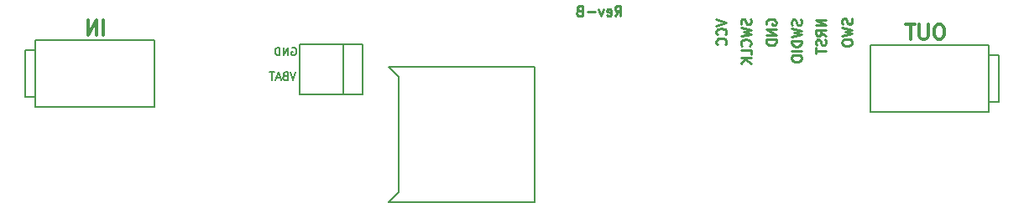
<source format=gbo>
G04 #@! TF.FileFunction,Legend,Bot*
%FSLAX46Y46*%
G04 Gerber Fmt 4.6, Leading zero omitted, Abs format (unit mm)*
G04 Created by KiCad (PCBNEW 4.0.5-e0-6337~52~ubuntu16.10.1) date Sun Mar 12 18:19:32 2017*
%MOMM*%
%LPD*%
G01*
G04 APERTURE LIST*
%ADD10C,0.100000*%
%ADD11C,0.150000*%
%ADD12C,0.250000*%
%ADD13C,0.300000*%
%ADD14C,0.200000*%
G04 APERTURE END LIST*
D10*
D11*
X106414286Y-86761905D02*
X106147619Y-87561905D01*
X105880952Y-86761905D01*
X105347619Y-87142857D02*
X105233333Y-87180952D01*
X105195238Y-87219048D01*
X105157143Y-87295238D01*
X105157143Y-87409524D01*
X105195238Y-87485714D01*
X105233333Y-87523810D01*
X105309524Y-87561905D01*
X105614286Y-87561905D01*
X105614286Y-86761905D01*
X105347619Y-86761905D01*
X105271429Y-86800000D01*
X105233333Y-86838095D01*
X105195238Y-86914286D01*
X105195238Y-86990476D01*
X105233333Y-87066667D01*
X105271429Y-87104762D01*
X105347619Y-87142857D01*
X105614286Y-87142857D01*
X104852381Y-87333333D02*
X104471429Y-87333333D01*
X104928572Y-87561905D02*
X104661905Y-86761905D01*
X104395238Y-87561905D01*
X104242858Y-86761905D02*
X103785715Y-86761905D01*
X104014286Y-87561905D02*
X104014286Y-86761905D01*
X106009523Y-84300000D02*
X106085714Y-84261905D01*
X106199999Y-84261905D01*
X106314285Y-84300000D01*
X106390476Y-84376190D01*
X106428571Y-84452381D01*
X106466666Y-84604762D01*
X106466666Y-84719048D01*
X106428571Y-84871429D01*
X106390476Y-84947619D01*
X106314285Y-85023810D01*
X106199999Y-85061905D01*
X106123809Y-85061905D01*
X106009523Y-85023810D01*
X105971428Y-84985714D01*
X105971428Y-84719048D01*
X106123809Y-84719048D01*
X105628571Y-85061905D02*
X105628571Y-84261905D01*
X105171428Y-85061905D01*
X105171428Y-84261905D01*
X104790476Y-85061905D02*
X104790476Y-84261905D01*
X104600000Y-84261905D01*
X104485714Y-84300000D01*
X104409523Y-84376190D01*
X104371428Y-84452381D01*
X104333333Y-84604762D01*
X104333333Y-84719048D01*
X104371428Y-84871429D01*
X104409523Y-84947619D01*
X104485714Y-85023810D01*
X104600000Y-85061905D01*
X104790476Y-85061905D01*
D12*
X138619047Y-81052381D02*
X138952381Y-80576190D01*
X139190476Y-81052381D02*
X139190476Y-80052381D01*
X138809523Y-80052381D01*
X138714285Y-80100000D01*
X138666666Y-80147619D01*
X138619047Y-80242857D01*
X138619047Y-80385714D01*
X138666666Y-80480952D01*
X138714285Y-80528571D01*
X138809523Y-80576190D01*
X139190476Y-80576190D01*
X137809523Y-81004762D02*
X137904761Y-81052381D01*
X138095238Y-81052381D01*
X138190476Y-81004762D01*
X138238095Y-80909524D01*
X138238095Y-80528571D01*
X138190476Y-80433333D01*
X138095238Y-80385714D01*
X137904761Y-80385714D01*
X137809523Y-80433333D01*
X137761904Y-80528571D01*
X137761904Y-80623810D01*
X138238095Y-80719048D01*
X137428571Y-80385714D02*
X137190476Y-81052381D01*
X136952380Y-80385714D01*
X136571428Y-80671429D02*
X135809523Y-80671429D01*
X134999999Y-80528571D02*
X134857142Y-80576190D01*
X134809523Y-80623810D01*
X134761904Y-80719048D01*
X134761904Y-80861905D01*
X134809523Y-80957143D01*
X134857142Y-81004762D01*
X134952380Y-81052381D01*
X135333333Y-81052381D01*
X135333333Y-80052381D01*
X134999999Y-80052381D01*
X134904761Y-80100000D01*
X134857142Y-80147619D01*
X134809523Y-80242857D01*
X134809523Y-80338095D01*
X134857142Y-80433333D01*
X134904761Y-80480952D01*
X134999999Y-80528571D01*
X135333333Y-80528571D01*
X162482162Y-81321448D02*
X162529781Y-81464305D01*
X162529781Y-81702401D01*
X162482162Y-81797639D01*
X162434543Y-81845258D01*
X162339305Y-81892877D01*
X162244067Y-81892877D01*
X162148829Y-81845258D01*
X162101210Y-81797639D01*
X162053590Y-81702401D01*
X162005971Y-81511924D01*
X161958352Y-81416686D01*
X161910733Y-81369067D01*
X161815495Y-81321448D01*
X161720257Y-81321448D01*
X161625019Y-81369067D01*
X161577400Y-81416686D01*
X161529781Y-81511924D01*
X161529781Y-81750020D01*
X161577400Y-81892877D01*
X161529781Y-82226210D02*
X162529781Y-82464305D01*
X161815495Y-82654782D01*
X162529781Y-82845258D01*
X161529781Y-83083353D01*
X161529781Y-83654781D02*
X161529781Y-83845258D01*
X161577400Y-83940496D01*
X161672638Y-84035734D01*
X161863114Y-84083353D01*
X162196448Y-84083353D01*
X162386924Y-84035734D01*
X162482162Y-83940496D01*
X162529781Y-83845258D01*
X162529781Y-83654781D01*
X162482162Y-83559543D01*
X162386924Y-83464305D01*
X162196448Y-83416686D01*
X161863114Y-83416686D01*
X161672638Y-83464305D01*
X161577400Y-83559543D01*
X161529781Y-83654781D01*
X159875481Y-81453243D02*
X158875481Y-81453243D01*
X159875481Y-82024672D01*
X158875481Y-82024672D01*
X159875481Y-83072291D02*
X159399290Y-82738957D01*
X159875481Y-82500862D02*
X158875481Y-82500862D01*
X158875481Y-82881815D01*
X158923100Y-82977053D01*
X158970719Y-83024672D01*
X159065957Y-83072291D01*
X159208814Y-83072291D01*
X159304052Y-83024672D01*
X159351671Y-82977053D01*
X159399290Y-82881815D01*
X159399290Y-82500862D01*
X159827862Y-83453243D02*
X159875481Y-83596100D01*
X159875481Y-83834196D01*
X159827862Y-83929434D01*
X159780243Y-83977053D01*
X159685005Y-84024672D01*
X159589767Y-84024672D01*
X159494529Y-83977053D01*
X159446910Y-83929434D01*
X159399290Y-83834196D01*
X159351671Y-83643719D01*
X159304052Y-83548481D01*
X159256433Y-83500862D01*
X159161195Y-83453243D01*
X159065957Y-83453243D01*
X158970719Y-83500862D01*
X158923100Y-83548481D01*
X158875481Y-83643719D01*
X158875481Y-83881815D01*
X158923100Y-84024672D01*
X158875481Y-84310386D02*
X158875481Y-84881815D01*
X159875481Y-84596100D02*
X158875481Y-84596100D01*
X157376762Y-81434253D02*
X157424381Y-81577110D01*
X157424381Y-81815206D01*
X157376762Y-81910444D01*
X157329143Y-81958063D01*
X157233905Y-82005682D01*
X157138667Y-82005682D01*
X157043429Y-81958063D01*
X156995810Y-81910444D01*
X156948190Y-81815206D01*
X156900571Y-81624729D01*
X156852952Y-81529491D01*
X156805333Y-81481872D01*
X156710095Y-81434253D01*
X156614857Y-81434253D01*
X156519619Y-81481872D01*
X156472000Y-81529491D01*
X156424381Y-81624729D01*
X156424381Y-81862825D01*
X156472000Y-82005682D01*
X156424381Y-82339015D02*
X157424381Y-82577110D01*
X156710095Y-82767587D01*
X157424381Y-82958063D01*
X156424381Y-83196158D01*
X157424381Y-83577110D02*
X156424381Y-83577110D01*
X156424381Y-83815205D01*
X156472000Y-83958063D01*
X156567238Y-84053301D01*
X156662476Y-84100920D01*
X156852952Y-84148539D01*
X156995810Y-84148539D01*
X157186286Y-84100920D01*
X157281524Y-84053301D01*
X157376762Y-83958063D01*
X157424381Y-83815205D01*
X157424381Y-83577110D01*
X157424381Y-84577110D02*
X156424381Y-84577110D01*
X156424381Y-85243776D02*
X156424381Y-85434253D01*
X156472000Y-85529491D01*
X156567238Y-85624729D01*
X156757714Y-85672348D01*
X157091048Y-85672348D01*
X157281524Y-85624729D01*
X157376762Y-85529491D01*
X157424381Y-85434253D01*
X157424381Y-85243776D01*
X157376762Y-85148538D01*
X157281524Y-85053300D01*
X157091048Y-85005681D01*
X156757714Y-85005681D01*
X156567238Y-85053300D01*
X156472000Y-85148538D01*
X156424381Y-85243776D01*
X153919300Y-81940496D02*
X153871681Y-81845258D01*
X153871681Y-81702401D01*
X153919300Y-81559543D01*
X154014538Y-81464305D01*
X154109776Y-81416686D01*
X154300252Y-81369067D01*
X154443110Y-81369067D01*
X154633586Y-81416686D01*
X154728824Y-81464305D01*
X154824062Y-81559543D01*
X154871681Y-81702401D01*
X154871681Y-81797639D01*
X154824062Y-81940496D01*
X154776443Y-81988115D01*
X154443110Y-81988115D01*
X154443110Y-81797639D01*
X154871681Y-82416686D02*
X153871681Y-82416686D01*
X154871681Y-82988115D01*
X153871681Y-82988115D01*
X154871681Y-83464305D02*
X153871681Y-83464305D01*
X153871681Y-83702400D01*
X153919300Y-83845258D01*
X154014538Y-83940496D01*
X154109776Y-83988115D01*
X154300252Y-84035734D01*
X154443110Y-84035734D01*
X154633586Y-83988115D01*
X154728824Y-83940496D01*
X154824062Y-83845258D01*
X154871681Y-83702400D01*
X154871681Y-83464305D01*
X152271362Y-81354895D02*
X152318981Y-81497752D01*
X152318981Y-81735848D01*
X152271362Y-81831086D01*
X152223743Y-81878705D01*
X152128505Y-81926324D01*
X152033267Y-81926324D01*
X151938029Y-81878705D01*
X151890410Y-81831086D01*
X151842790Y-81735848D01*
X151795171Y-81545371D01*
X151747552Y-81450133D01*
X151699933Y-81402514D01*
X151604695Y-81354895D01*
X151509457Y-81354895D01*
X151414219Y-81402514D01*
X151366600Y-81450133D01*
X151318981Y-81545371D01*
X151318981Y-81783467D01*
X151366600Y-81926324D01*
X151318981Y-82259657D02*
X152318981Y-82497752D01*
X151604695Y-82688229D01*
X152318981Y-82878705D01*
X151318981Y-83116800D01*
X152223743Y-84069181D02*
X152271362Y-84021562D01*
X152318981Y-83878705D01*
X152318981Y-83783467D01*
X152271362Y-83640609D01*
X152176124Y-83545371D01*
X152080886Y-83497752D01*
X151890410Y-83450133D01*
X151747552Y-83450133D01*
X151557076Y-83497752D01*
X151461838Y-83545371D01*
X151366600Y-83640609D01*
X151318981Y-83783467D01*
X151318981Y-83878705D01*
X151366600Y-84021562D01*
X151414219Y-84069181D01*
X152318981Y-84973943D02*
X152318981Y-84497752D01*
X151318981Y-84497752D01*
X152318981Y-85307276D02*
X151318981Y-85307276D01*
X152318981Y-85878705D02*
X151747552Y-85450133D01*
X151318981Y-85878705D02*
X151890410Y-85307276D01*
X148842481Y-81369067D02*
X149842481Y-81702400D01*
X148842481Y-82035734D01*
X149747243Y-82940496D02*
X149794862Y-82892877D01*
X149842481Y-82750020D01*
X149842481Y-82654782D01*
X149794862Y-82511924D01*
X149699624Y-82416686D01*
X149604386Y-82369067D01*
X149413910Y-82321448D01*
X149271052Y-82321448D01*
X149080576Y-82369067D01*
X148985338Y-82416686D01*
X148890100Y-82511924D01*
X148842481Y-82654782D01*
X148842481Y-82750020D01*
X148890100Y-82892877D01*
X148937719Y-82940496D01*
X149747243Y-83940496D02*
X149794862Y-83892877D01*
X149842481Y-83750020D01*
X149842481Y-83654782D01*
X149794862Y-83511924D01*
X149699624Y-83416686D01*
X149604386Y-83369067D01*
X149413910Y-83321448D01*
X149271052Y-83321448D01*
X149080576Y-83369067D01*
X148985338Y-83416686D01*
X148890100Y-83511924D01*
X148842481Y-83654782D01*
X148842481Y-83750020D01*
X148890100Y-83892877D01*
X148937719Y-83940496D01*
D13*
X171476800Y-81906371D02*
X171191086Y-81906371D01*
X171048228Y-81977800D01*
X170905371Y-82120657D01*
X170833943Y-82406371D01*
X170833943Y-82906371D01*
X170905371Y-83192086D01*
X171048228Y-83334943D01*
X171191086Y-83406371D01*
X171476800Y-83406371D01*
X171619657Y-83334943D01*
X171762514Y-83192086D01*
X171833943Y-82906371D01*
X171833943Y-82406371D01*
X171762514Y-82120657D01*
X171619657Y-81977800D01*
X171476800Y-81906371D01*
X170191085Y-81906371D02*
X170191085Y-83120657D01*
X170119657Y-83263514D01*
X170048228Y-83334943D01*
X169905371Y-83406371D01*
X169619657Y-83406371D01*
X169476799Y-83334943D01*
X169405371Y-83263514D01*
X169333942Y-83120657D01*
X169333942Y-81906371D01*
X168833942Y-81906371D02*
X167976799Y-81906371D01*
X168405370Y-83406371D02*
X168405370Y-81906371D01*
X87018714Y-82999971D02*
X87018714Y-81499971D01*
X86304428Y-82999971D02*
X86304428Y-81499971D01*
X85447285Y-82999971D01*
X85447285Y-81499971D01*
D11*
X111219200Y-83910000D02*
X111219200Y-88990000D01*
X106774200Y-83910000D02*
X106774200Y-88990000D01*
X113124200Y-88990000D02*
X113124200Y-83910000D01*
X113124200Y-88990000D02*
X106774200Y-88990000D01*
X113124200Y-83910000D02*
X106774200Y-83910000D01*
D14*
X176345600Y-85000000D02*
X177345600Y-85000000D01*
X177345600Y-85000000D02*
X177345600Y-89750000D01*
X177345600Y-89750000D02*
X176345600Y-89750000D01*
X176345600Y-84000000D02*
X176345600Y-90750000D01*
X176345600Y-90750000D02*
X164345600Y-90750000D01*
X164345600Y-90750000D02*
X164345600Y-84000000D01*
X164345600Y-84000000D02*
X176345600Y-84000000D01*
X80143600Y-89287600D02*
X79143600Y-89287600D01*
X79143600Y-89287600D02*
X79143600Y-84537600D01*
X79143600Y-84537600D02*
X80143600Y-84537600D01*
X80143600Y-90287600D02*
X80143600Y-83537600D01*
X80143600Y-83537600D02*
X92143600Y-83537600D01*
X92143600Y-83537600D02*
X92143600Y-90287600D01*
X92143600Y-90287600D02*
X80143600Y-90287600D01*
X115798600Y-86207600D02*
X116814600Y-87223600D01*
X115798600Y-99923600D02*
X116814600Y-98907600D01*
X116814600Y-98907600D02*
X116814600Y-87223600D01*
X115798600Y-86207600D02*
X130530600Y-86207600D01*
X130530600Y-86207600D02*
X130530600Y-99923600D01*
X130530600Y-99923600D02*
X115798600Y-99923600D01*
M02*

</source>
